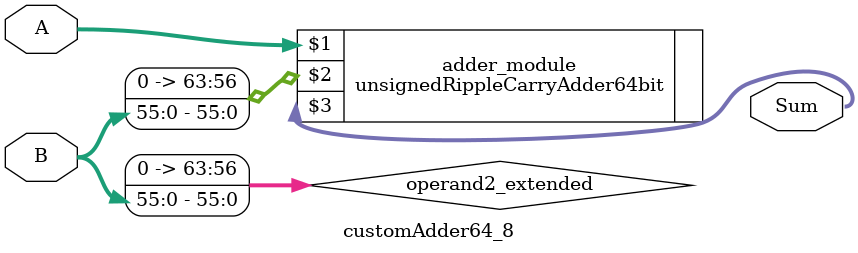
<source format=v>
module customAdder64_8(
                        input [63 : 0] A,
                        input [55 : 0] B,
                        
                        output [64 : 0] Sum
                );

        wire [63 : 0] operand2_extended;
        
        assign operand2_extended =  {8'b0, B};
        
        unsignedRippleCarryAdder64bit adder_module(
            A,
            operand2_extended,
            Sum
        );
        
        endmodule
        
</source>
